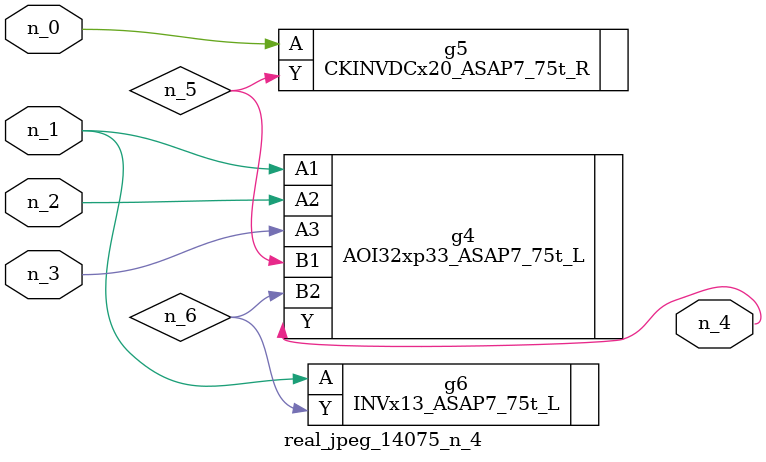
<source format=v>
module real_jpeg_14075_n_4 (n_3, n_1, n_0, n_2, n_4);

input n_3;
input n_1;
input n_0;
input n_2;

output n_4;

wire n_5;
wire n_6;

CKINVDCx20_ASAP7_75t_R g5 ( 
.A(n_0),
.Y(n_5)
);

AOI32xp33_ASAP7_75t_L g4 ( 
.A1(n_1),
.A2(n_2),
.A3(n_3),
.B1(n_5),
.B2(n_6),
.Y(n_4)
);

INVx13_ASAP7_75t_L g6 ( 
.A(n_1),
.Y(n_6)
);


endmodule
</source>
